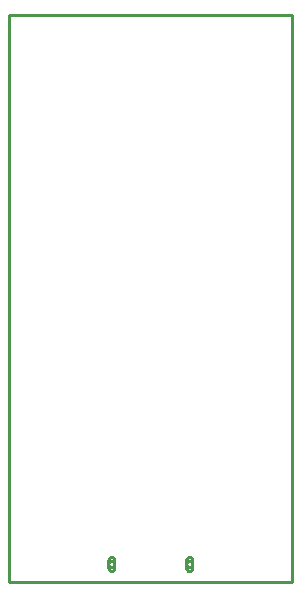
<source format=gbr>
G04 EAGLE Gerber RS-274X export*
G75*
%MOMM*%
%FSLAX34Y34*%
%LPD*%
%IN*%
%IPPOS*%
%AMOC8*
5,1,8,0,0,1.08239X$1,22.5*%
G01*
%ADD10C,0.254000*%


D10*
X0Y0D02*
X240000Y0D01*
X240000Y480000D01*
X0Y480000D01*
X0Y0D01*
X150500Y11900D02*
X150510Y11682D01*
X150538Y11466D01*
X150585Y11253D01*
X150651Y11045D01*
X150734Y10843D01*
X150835Y10650D01*
X150952Y10466D01*
X151085Y10293D01*
X151232Y10132D01*
X151393Y9985D01*
X151566Y9852D01*
X151750Y9735D01*
X151943Y9634D01*
X152145Y9551D01*
X152353Y9485D01*
X152566Y9438D01*
X152782Y9410D01*
X153000Y9400D01*
X153218Y9410D01*
X153434Y9438D01*
X153647Y9485D01*
X153855Y9551D01*
X154057Y9634D01*
X154250Y9735D01*
X154434Y9852D01*
X154607Y9985D01*
X154768Y10132D01*
X154915Y10293D01*
X155048Y10466D01*
X155165Y10650D01*
X155266Y10843D01*
X155349Y11045D01*
X155415Y11253D01*
X155462Y11466D01*
X155491Y11682D01*
X155500Y11900D01*
X155500Y18900D01*
X155491Y19118D01*
X155462Y19334D01*
X155415Y19547D01*
X155349Y19755D01*
X155266Y19957D01*
X155165Y20150D01*
X155048Y20334D01*
X154915Y20507D01*
X154768Y20668D01*
X154607Y20815D01*
X154434Y20948D01*
X154250Y21065D01*
X154057Y21166D01*
X153855Y21249D01*
X153647Y21315D01*
X153434Y21362D01*
X153218Y21391D01*
X153000Y21400D01*
X152782Y21391D01*
X152566Y21362D01*
X152353Y21315D01*
X152145Y21249D01*
X151943Y21166D01*
X151750Y21065D01*
X151566Y20948D01*
X151393Y20815D01*
X151232Y20668D01*
X151085Y20507D01*
X150952Y20334D01*
X150835Y20150D01*
X150734Y19957D01*
X150651Y19755D01*
X150585Y19547D01*
X150538Y19334D01*
X150510Y19118D01*
X150500Y18900D01*
X150500Y11900D01*
X84500Y11900D02*
X84510Y11682D01*
X84538Y11466D01*
X84585Y11253D01*
X84651Y11045D01*
X84734Y10843D01*
X84835Y10650D01*
X84952Y10466D01*
X85085Y10293D01*
X85232Y10132D01*
X85393Y9985D01*
X85566Y9852D01*
X85750Y9735D01*
X85943Y9634D01*
X86145Y9551D01*
X86353Y9485D01*
X86566Y9438D01*
X86782Y9410D01*
X87000Y9400D01*
X87218Y9410D01*
X87434Y9438D01*
X87647Y9485D01*
X87855Y9551D01*
X88057Y9634D01*
X88250Y9735D01*
X88434Y9852D01*
X88607Y9985D01*
X88768Y10132D01*
X88915Y10293D01*
X89048Y10466D01*
X89165Y10650D01*
X89266Y10843D01*
X89349Y11045D01*
X89415Y11253D01*
X89462Y11466D01*
X89491Y11682D01*
X89500Y11900D01*
X89500Y18900D01*
X89491Y19118D01*
X89462Y19334D01*
X89415Y19547D01*
X89349Y19755D01*
X89266Y19957D01*
X89165Y20150D01*
X89048Y20334D01*
X88915Y20507D01*
X88768Y20668D01*
X88607Y20815D01*
X88434Y20948D01*
X88250Y21065D01*
X88057Y21166D01*
X87855Y21249D01*
X87647Y21315D01*
X87434Y21362D01*
X87218Y21391D01*
X87000Y21400D01*
X86782Y21391D01*
X86566Y21362D01*
X86353Y21315D01*
X86145Y21249D01*
X85943Y21166D01*
X85750Y21065D01*
X85566Y20948D01*
X85393Y20815D01*
X85232Y20668D01*
X85085Y20507D01*
X84952Y20334D01*
X84835Y20150D01*
X84734Y19957D01*
X84651Y19755D01*
X84585Y19547D01*
X84538Y19334D01*
X84510Y19118D01*
X84500Y18900D01*
X84500Y11900D01*
X89500Y15203D02*
X89438Y14815D01*
X89317Y14440D01*
X89138Y14090D01*
X88907Y13771D01*
X88629Y13493D01*
X88310Y13262D01*
X87960Y13083D01*
X87585Y12962D01*
X87197Y12900D01*
X86803Y12900D01*
X86415Y12962D01*
X86040Y13083D01*
X85690Y13262D01*
X85371Y13493D01*
X85093Y13771D01*
X84862Y14090D01*
X84683Y14440D01*
X84562Y14815D01*
X84500Y15203D01*
X84500Y15597D01*
X84562Y15985D01*
X84683Y16360D01*
X84862Y16710D01*
X85093Y17029D01*
X85371Y17307D01*
X85690Y17538D01*
X86040Y17717D01*
X86415Y17838D01*
X86803Y17900D01*
X87197Y17900D01*
X87585Y17838D01*
X87960Y17717D01*
X88310Y17538D01*
X88629Y17307D01*
X88907Y17029D01*
X89138Y16710D01*
X89317Y16360D01*
X89438Y15985D01*
X89500Y15597D01*
X89500Y15203D01*
X155500Y15203D02*
X155438Y14815D01*
X155317Y14440D01*
X155138Y14090D01*
X154907Y13771D01*
X154629Y13493D01*
X154310Y13262D01*
X153960Y13083D01*
X153585Y12962D01*
X153197Y12900D01*
X152803Y12900D01*
X152415Y12962D01*
X152040Y13083D01*
X151690Y13262D01*
X151371Y13493D01*
X151093Y13771D01*
X150862Y14090D01*
X150683Y14440D01*
X150562Y14815D01*
X150500Y15203D01*
X150500Y15597D01*
X150562Y15985D01*
X150683Y16360D01*
X150862Y16710D01*
X151093Y17029D01*
X151371Y17307D01*
X151690Y17538D01*
X152040Y17717D01*
X152415Y17838D01*
X152803Y17900D01*
X153197Y17900D01*
X153585Y17838D01*
X153960Y17717D01*
X154310Y17538D01*
X154629Y17307D01*
X154907Y17029D01*
X155138Y16710D01*
X155317Y16360D01*
X155438Y15985D01*
X155500Y15597D01*
X155500Y15203D01*
M02*

</source>
